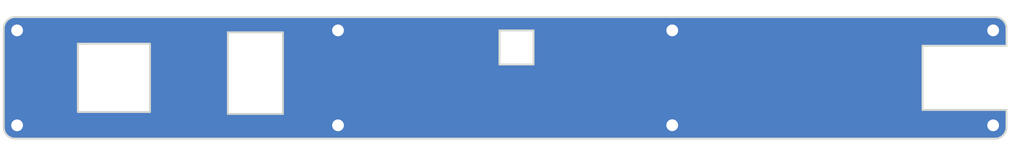
<source format=kicad_pcb>
(kicad_pcb (version 20221018) (generator pcbnew)
  (layers (0 "F.Cu" signal "Dessus.Cu") (31 "B.Cu" signal "Dessous.Cu") (34 "B.Paste" user) (35 "F.Paste" user) (36 "B.SilkS" user "B.Silkscreen") (37 "F.SilkS" user "F.Silkscreen") (38 "B.Mask" user) (39 "F.Mask" user) (44 "Edge.Cuts" user))
  (net 0 "")
  (footprint "CIS:CIS_Edge_L2" (layer "F.Cu") (at 16.62132 125)
    (fp_text reference "REF**" hide)
    (fp_text value "CIS_Edge_1" hide)
    (fp_line (start 0 -29) (end 0 -3) (stroke (width 0.5)) (layer "Edge.Cuts"))
    (fp_line (start 3 0) (end 261 0) (stroke (width 0.5)) (layer "Edge.Cuts"))
    (fp_line (start 241.9 -24.45) (end 264 -24.45) (stroke (width 0.5)) (layer "Edge.Cuts"))
    (fp_line (start 241.9 -7.55) (end 241.9 -24.45) (stroke (width 0.5)) (layer "Edge.Cuts"))
    (fp_line (start 261 -32) (end 3 -32) (stroke (width 0.5)) (layer "Edge.Cuts"))
    (fp_line (start 264 -24.45) (end 264 -29) (stroke (width 0.5)) (layer "Edge.Cuts"))
    (fp_line (start 264 -7.55) (end 241.9 -7.55) (stroke (width 0.5)) (layer "Edge.Cuts"))
    (fp_line (start 264 -3) (end 264 -7.55) (stroke (width 0.5)) (layer "Edge.Cuts"))
    (fp_arc (start 0 -29) (mid 0.87868 -31.12132) (end 3 -32) (stroke (width 0.5)) (layer "Edge.Cuts"))
    (fp_arc (start 3 0) (mid 0.87868 -0.87868) (end 0 -3) (stroke (width 0.5)) (layer "Edge.Cuts"))
    (fp_arc (start 261 -32) (mid 263.12132 -31.12132) (end 264 -29) (stroke (width 0.5)) (layer "Edge.Cuts"))
    (fp_arc (start 264 -3) (mid 263.12132 -0.87868) (end 261 0) (stroke (width 0.5)) (layer "Edge.Cuts"))
  )
  (footprint "CIS:CIS_Edge_Holes_In" (layer "F.Cu") (at 16.62132 125)
    (fp_text reference "REF**" hide)
    (fp_text value "CIS_Edge_1" hide)
    (pad "" thru_hole circle (at 3.5 -28.5) (size 4 4) (drill 3.1) (layers "*.Cu" "*.Mask"))
    (pad "" thru_hole circle (at 3.5 -3.5) (size 4 4) (drill 3.1) (layers "*.Cu" "*.Mask"))
    (pad "" thru_hole circle (at 88 -28.5) (size 4 4) (drill 3.1) (layers "*.Cu" "*.Mask"))
    (pad "" thru_hole circle (at 88 -3.5) (size 4 4) (drill 3.1) (layers "*.Cu" "*.Mask"))
    (pad "" thru_hole circle (at 176 -28.5) (size 4 4) (drill 3.1) (layers "*.Cu" "*.Mask"))
    (pad "" thru_hole circle (at 176 -3.5287) (size 4 4) (drill 3.1) (layers "*.Cu" "*.Mask"))
    (pad "" thru_hole circle (at 260.5 -28.5) (size 4 4) (drill 3.1) (layers "*.Cu" "*.Mask"))
    (pad "" thru_hole circle (at 260.5 -3.5) (size 4 4) (drill 3.1) (layers "*.Cu" "*.Mask"))
  )
  (gr_rect (start 75.62132 97) (end 90.12132 118.5) (stroke (width 0.5)) (fill none) (layer "Edge.Cuts"))
  (gr_rect (start 36.12132 100) (end 55.12132 118) (stroke (width 0.5)) (fill none) (layer "Edge.Cuts"))
  (gr_rect (start 147.12132 96.5) (end 156.12132 105.5) (stroke (width 0.5)) (fill none) (layer "Edge.Cuts"))
  (zone (net 0) (net_name "") (layers "F&B.Cu") (connect_pads no (clearance 0.15)) (min_thickness 0.15) (fill yes (thermal_gap 0.2) (thermal_bridge_width 0.2) (island_removal_mode 1) (island_area_min 10))
    (polygon (pts (xy 281.62132 126) (xy 15.62132 126) (xy 15.62132 92) (xy 281.62132 92)))
  )
)
</source>
